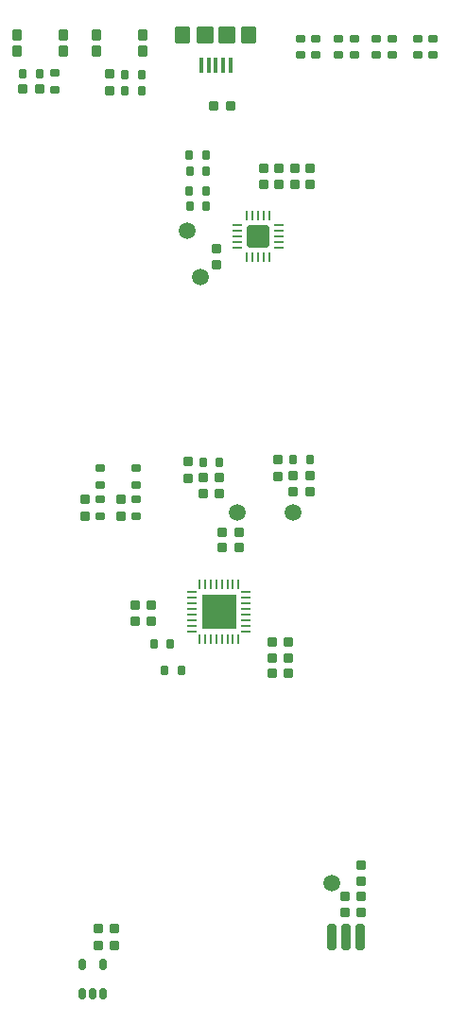
<source format=gtp>
G04*
G04 #@! TF.GenerationSoftware,Altium Limited,Altium Designer,23.4.1 (23)*
G04*
G04 Layer_Color=8421504*
%FSLAX44Y44*%
%MOMM*%
G71*
G04*
G04 #@! TF.SameCoordinates,810E8BC2-B951-4309-8685-973D218C77A5*
G04*
G04*
G04 #@! TF.FilePolarity,Positive*
G04*
G01*
G75*
%ADD16C,1.5000*%
G04:AMPARAMS|DCode=17|XSize=0.8mm|YSize=0.8mm|CornerRadius=0.1mm|HoleSize=0mm|Usage=FLASHONLY|Rotation=270.000|XOffset=0mm|YOffset=0mm|HoleType=Round|Shape=RoundedRectangle|*
%AMROUNDEDRECTD17*
21,1,0.8000,0.6000,0,0,270.0*
21,1,0.6000,0.8000,0,0,270.0*
1,1,0.2000,-0.3000,-0.3000*
1,1,0.2000,-0.3000,0.3000*
1,1,0.2000,0.3000,0.3000*
1,1,0.2000,0.3000,-0.3000*
%
%ADD17ROUNDEDRECTD17*%
G04:AMPARAMS|DCode=18|XSize=0.6mm|YSize=0.9mm|CornerRadius=0.075mm|HoleSize=0mm|Usage=FLASHONLY|Rotation=90.000|XOffset=0mm|YOffset=0mm|HoleType=Round|Shape=RoundedRectangle|*
%AMROUNDEDRECTD18*
21,1,0.6000,0.7500,0,0,90.0*
21,1,0.4500,0.9000,0,0,90.0*
1,1,0.1500,0.3750,0.2250*
1,1,0.1500,0.3750,-0.2250*
1,1,0.1500,-0.3750,-0.2250*
1,1,0.1500,-0.3750,0.2250*
%
%ADD18ROUNDEDRECTD18*%
G04:AMPARAMS|DCode=19|XSize=0.6mm|YSize=0.9mm|CornerRadius=0.075mm|HoleSize=0mm|Usage=FLASHONLY|Rotation=180.000|XOffset=0mm|YOffset=0mm|HoleType=Round|Shape=RoundedRectangle|*
%AMROUNDEDRECTD19*
21,1,0.6000,0.7500,0,0,180.0*
21,1,0.4500,0.9000,0,0,180.0*
1,1,0.1500,-0.2250,0.3750*
1,1,0.1500,0.2250,0.3750*
1,1,0.1500,0.2250,-0.3750*
1,1,0.1500,-0.2250,-0.3750*
%
%ADD19ROUNDEDRECTD19*%
G04:AMPARAMS|DCode=20|XSize=0.8mm|YSize=0.8mm|CornerRadius=0.1mm|HoleSize=0mm|Usage=FLASHONLY|Rotation=180.000|XOffset=0mm|YOffset=0mm|HoleType=Round|Shape=RoundedRectangle|*
%AMROUNDEDRECTD20*
21,1,0.8000,0.6000,0,0,180.0*
21,1,0.6000,0.8000,0,0,180.0*
1,1,0.2000,-0.3000,0.3000*
1,1,0.2000,0.3000,0.3000*
1,1,0.2000,0.3000,-0.3000*
1,1,0.2000,-0.3000,-0.3000*
%
%ADD20ROUNDEDRECTD20*%
%ADD21O,0.2500X0.9000*%
%ADD22O,0.9000X0.2500*%
G04:AMPARAMS|DCode=23|XSize=1.98mm|YSize=1.98mm|CornerRadius=0.198mm|HoleSize=0mm|Usage=FLASHONLY|Rotation=90.000|XOffset=0mm|YOffset=0mm|HoleType=Round|Shape=RoundedRectangle|*
%AMROUNDEDRECTD23*
21,1,1.9800,1.5840,0,0,90.0*
21,1,1.5840,1.9800,0,0,90.0*
1,1,0.3960,0.7920,0.7920*
1,1,0.3960,0.7920,-0.7920*
1,1,0.3960,-0.7920,-0.7920*
1,1,0.3960,-0.7920,0.7920*
%
%ADD23ROUNDEDRECTD23*%
G04:AMPARAMS|DCode=24|XSize=0.6mm|YSize=0.8mm|CornerRadius=0.075mm|HoleSize=0mm|Usage=FLASHONLY|Rotation=0.000|XOffset=0mm|YOffset=0mm|HoleType=Round|Shape=RoundedRectangle|*
%AMROUNDEDRECTD24*
21,1,0.6000,0.6500,0,0,0.0*
21,1,0.4500,0.8000,0,0,0.0*
1,1,0.1500,0.2250,-0.3250*
1,1,0.1500,-0.2250,-0.3250*
1,1,0.1500,-0.2250,0.3250*
1,1,0.1500,0.2250,0.3250*
%
%ADD24ROUNDEDRECTD24*%
G04:AMPARAMS|DCode=25|XSize=0.8mm|YSize=2.3mm|CornerRadius=0.2mm|HoleSize=0mm|Usage=FLASHONLY|Rotation=180.000|XOffset=0mm|YOffset=0mm|HoleType=Round|Shape=RoundedRectangle|*
%AMROUNDEDRECTD25*
21,1,0.8000,1.9000,0,0,180.0*
21,1,0.4000,2.3000,0,0,180.0*
1,1,0.4000,-0.2000,0.9500*
1,1,0.4000,0.2000,0.9500*
1,1,0.4000,0.2000,-0.9500*
1,1,0.4000,-0.2000,-0.9500*
%
%ADD25ROUNDEDRECTD25*%
G04:AMPARAMS|DCode=26|XSize=0.6mm|YSize=1mm|CornerRadius=0.15mm|HoleSize=0mm|Usage=FLASHONLY|Rotation=180.000|XOffset=0mm|YOffset=0mm|HoleType=Round|Shape=RoundedRectangle|*
%AMROUNDEDRECTD26*
21,1,0.6000,0.7000,0,0,180.0*
21,1,0.3000,1.0000,0,0,180.0*
1,1,0.3000,-0.1500,0.3500*
1,1,0.3000,0.1500,0.3500*
1,1,0.3000,0.1500,-0.3500*
1,1,0.3000,-0.1500,-0.3500*
%
%ADD26ROUNDEDRECTD26*%
%ADD27R,3.1000X3.1000*%
%ADD28O,1.0000X0.2500*%
%ADD29O,0.2500X1.0000*%
G04:AMPARAMS|DCode=30|XSize=0.9mm|YSize=1mm|CornerRadius=0.1125mm|HoleSize=0mm|Usage=FLASHONLY|Rotation=0.000|XOffset=0mm|YOffset=0mm|HoleType=Round|Shape=RoundedRectangle|*
%AMROUNDEDRECTD30*
21,1,0.9000,0.7750,0,0,0.0*
21,1,0.6750,1.0000,0,0,0.0*
1,1,0.2250,0.3375,-0.3875*
1,1,0.2250,-0.3375,-0.3875*
1,1,0.2250,-0.3375,0.3875*
1,1,0.2250,0.3375,0.3875*
%
%ADD30ROUNDEDRECTD30*%
G04:AMPARAMS|DCode=31|XSize=1.37mm|YSize=1.55mm|CornerRadius=0.1713mm|HoleSize=0mm|Usage=FLASHONLY|Rotation=0.000|XOffset=0mm|YOffset=0mm|HoleType=Round|Shape=RoundedRectangle|*
%AMROUNDEDRECTD31*
21,1,1.3700,1.2075,0,0,0.0*
21,1,1.0275,1.5500,0,0,0.0*
1,1,0.3425,0.5138,-0.6038*
1,1,0.3425,-0.5138,-0.6038*
1,1,0.3425,-0.5138,0.6038*
1,1,0.3425,0.5138,0.6038*
%
%ADD31ROUNDEDRECTD31*%
G04:AMPARAMS|DCode=32|XSize=0.4mm|YSize=1.35mm|CornerRadius=0.05mm|HoleSize=0mm|Usage=FLASHONLY|Rotation=180.000|XOffset=0mm|YOffset=0mm|HoleType=Round|Shape=RoundedRectangle|*
%AMROUNDEDRECTD32*
21,1,0.4000,1.2500,0,0,180.0*
21,1,0.3000,1.3500,0,0,180.0*
1,1,0.1000,-0.1500,0.6250*
1,1,0.1000,0.1500,0.6250*
1,1,0.1000,0.1500,-0.6250*
1,1,0.1000,-0.1500,-0.6250*
%
%ADD32ROUNDEDRECTD32*%
G04:AMPARAMS|DCode=33|XSize=1.5mm|YSize=1.55mm|CornerRadius=0.1875mm|HoleSize=0mm|Usage=FLASHONLY|Rotation=180.000|XOffset=0mm|YOffset=0mm|HoleType=Round|Shape=RoundedRectangle|*
%AMROUNDEDRECTD33*
21,1,1.5000,1.1750,0,0,180.0*
21,1,1.1250,1.5500,0,0,180.0*
1,1,0.3750,-0.5625,0.5875*
1,1,0.3750,0.5625,0.5875*
1,1,0.3750,0.5625,-0.5875*
1,1,0.3750,-0.5625,-0.5875*
%
%ADD33ROUNDEDRECTD33*%
G04:AMPARAMS|DCode=34|XSize=0.6mm|YSize=0.8mm|CornerRadius=0.075mm|HoleSize=0mm|Usage=FLASHONLY|Rotation=90.000|XOffset=0mm|YOffset=0mm|HoleType=Round|Shape=RoundedRectangle|*
%AMROUNDEDRECTD34*
21,1,0.6000,0.6500,0,0,90.0*
21,1,0.4500,0.8000,0,0,90.0*
1,1,0.1500,0.3250,0.2250*
1,1,0.1500,0.3250,-0.2250*
1,1,0.1500,-0.3250,-0.2250*
1,1,0.1500,-0.3250,0.2250*
%
%ADD34ROUNDEDRECTD34*%
D16*
X284000Y-99000D02*
D03*
X272619Y-58000D02*
D03*
X402000Y-642000D02*
D03*
X367000Y-310000D02*
D03*
X317000D02*
D03*
D17*
X428000Y-625500D02*
D03*
Y-640500D02*
D03*
X213000Y-298500D02*
D03*
Y-313500D02*
D03*
X354000Y-277500D02*
D03*
Y-262500D02*
D03*
X299000Y-73500D02*
D03*
Y-88500D02*
D03*
X369000Y-16500D02*
D03*
Y-1500D02*
D03*
X383000D02*
D03*
Y-16500D02*
D03*
X341000Y-16500D02*
D03*
Y-1500D02*
D03*
X355000Y-16500D02*
D03*
Y-1500D02*
D03*
X207000Y-697500D02*
D03*
Y-682500D02*
D03*
X193000Y-697500D02*
D03*
Y-682500D02*
D03*
X273000Y-264500D02*
D03*
Y-279500D02*
D03*
X181000Y-313500D02*
D03*
Y-298500D02*
D03*
X203000Y82500D02*
D03*
Y67500D02*
D03*
X240050Y-407600D02*
D03*
Y-392600D02*
D03*
X226050Y-407600D02*
D03*
Y-392600D02*
D03*
D18*
X227000Y-298500D02*
D03*
Y-313500D02*
D03*
X195000Y-298500D02*
D03*
Y-313500D02*
D03*
Y-270500D02*
D03*
Y-285500D02*
D03*
X154000Y83500D02*
D03*
Y68500D02*
D03*
X227000Y-270500D02*
D03*
Y-285500D02*
D03*
X493000Y99500D02*
D03*
Y114500D02*
D03*
X456000Y99500D02*
D03*
Y114500D02*
D03*
X422000Y99500D02*
D03*
Y114500D02*
D03*
X388000Y99500D02*
D03*
Y114500D02*
D03*
D19*
X367500Y-263000D02*
D03*
X382500D02*
D03*
X267500Y-451000D02*
D03*
X252500D02*
D03*
X289500Y-22000D02*
D03*
X274500D02*
D03*
X289500Y10000D02*
D03*
X274500D02*
D03*
X242500Y-428000D02*
D03*
X257500D02*
D03*
X125500Y83000D02*
D03*
X140500D02*
D03*
X301500Y-265000D02*
D03*
X286500D02*
D03*
X231500Y82000D02*
D03*
X216500D02*
D03*
X231500Y68000D02*
D03*
X216500D02*
D03*
D20*
X367500Y-277000D02*
D03*
X382500D02*
D03*
X367500Y-291000D02*
D03*
X382500D02*
D03*
X319200Y-341700D02*
D03*
X304200D02*
D03*
X363500Y-426000D02*
D03*
X348500D02*
D03*
X125500Y69000D02*
D03*
X140500D02*
D03*
X301500Y-279000D02*
D03*
X286500D02*
D03*
X301500Y-293000D02*
D03*
X286500D02*
D03*
X304200Y-327700D02*
D03*
X319200D02*
D03*
X363500Y-440000D02*
D03*
X348500D02*
D03*
X363500Y-454000D02*
D03*
X348500D02*
D03*
X413500Y-654000D02*
D03*
X428500D02*
D03*
X413500Y-668000D02*
D03*
X428500D02*
D03*
X296500Y54000D02*
D03*
X311500D02*
D03*
D21*
X326000Y-81750D02*
D03*
X331000D02*
D03*
X336000D02*
D03*
X341000D02*
D03*
X346000D02*
D03*
Y-44250D02*
D03*
X341000D02*
D03*
X336000D02*
D03*
X331000D02*
D03*
X326000D02*
D03*
D22*
X354750Y-73000D02*
D03*
Y-68000D02*
D03*
Y-63000D02*
D03*
Y-58000D02*
D03*
Y-53000D02*
D03*
X317250D02*
D03*
Y-58000D02*
D03*
Y-63000D02*
D03*
Y-68000D02*
D03*
Y-73000D02*
D03*
D23*
X336000Y-63000D02*
D03*
D24*
X289250Y-36000D02*
D03*
X274750D02*
D03*
X289250Y-4000D02*
D03*
X274750D02*
D03*
D25*
X415000Y-690000D02*
D03*
X402300D02*
D03*
X427700D02*
D03*
D26*
X178500Y-741000D02*
D03*
X188000D02*
D03*
X197500D02*
D03*
Y-715000D02*
D03*
X178500D02*
D03*
D27*
X301000Y-399000D02*
D03*
D28*
X276750Y-416500D02*
D03*
Y-411500D02*
D03*
Y-406500D02*
D03*
Y-401500D02*
D03*
Y-396500D02*
D03*
Y-391500D02*
D03*
Y-386500D02*
D03*
Y-381500D02*
D03*
X325250D02*
D03*
Y-386500D02*
D03*
Y-391500D02*
D03*
Y-396500D02*
D03*
Y-401500D02*
D03*
Y-406500D02*
D03*
Y-411500D02*
D03*
Y-416500D02*
D03*
D29*
X283500Y-374750D02*
D03*
X288500D02*
D03*
X293500D02*
D03*
X298500D02*
D03*
X303500D02*
D03*
X308500D02*
D03*
X313500D02*
D03*
X318500D02*
D03*
Y-423250D02*
D03*
X313500D02*
D03*
X308500D02*
D03*
X303500D02*
D03*
X298500D02*
D03*
X293500D02*
D03*
X288500D02*
D03*
X283500D02*
D03*
D30*
X161500Y102750D02*
D03*
Y117250D02*
D03*
X120500Y102750D02*
D03*
Y117250D02*
D03*
X232500Y102750D02*
D03*
Y117250D02*
D03*
X191500Y102750D02*
D03*
Y117250D02*
D03*
D31*
X327952Y117500D02*
D03*
X268452D02*
D03*
D32*
X298202Y90500D02*
D03*
X291702D02*
D03*
X285202D02*
D03*
X304702D02*
D03*
X311202D02*
D03*
D33*
X288202Y117500D02*
D03*
X308202D02*
D03*
D34*
X479000Y99750D02*
D03*
Y114250D02*
D03*
X442000Y99750D02*
D03*
Y114250D02*
D03*
X408000Y99750D02*
D03*
Y114250D02*
D03*
X374000Y99750D02*
D03*
Y114250D02*
D03*
M02*

</source>
